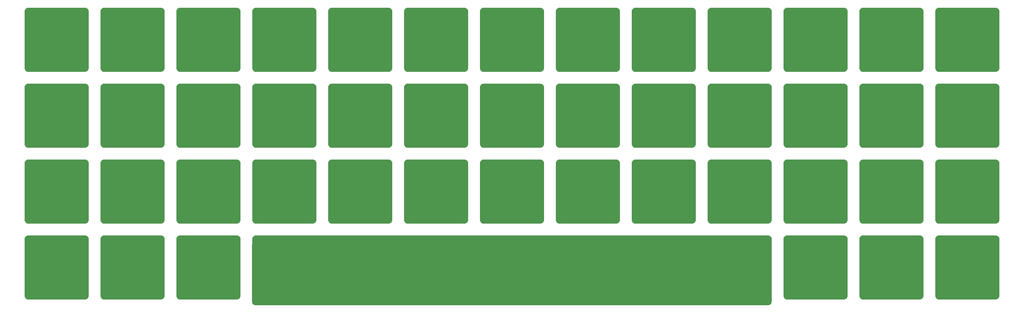
<source format=gts>
G04 #@! TF.GenerationSoftware,KiCad,Pcbnew,(5.1.5-0-10_14)*
G04 #@! TF.CreationDate,2021-01-26T16:27:08+02:00*
G04 #@! TF.ProjectId,Louhi-FR4-plate,4c6f7568-692d-4465-9234-2d706c617465,rev?*
G04 #@! TF.SameCoordinates,Original*
G04 #@! TF.FileFunction,Soldermask,Top*
G04 #@! TF.FilePolarity,Negative*
%FSLAX46Y46*%
G04 Gerber Fmt 4.6, Leading zero omitted, Abs format (unit mm)*
G04 Created by KiCad (PCBNEW (5.1.5-0-10_14)) date 2021-01-26 16:27:08*
%MOMM*%
%LPD*%
G04 APERTURE LIST*
%ADD10C,0.100000*%
G04 APERTURE END LIST*
D10*
G36*
X210382295Y-80081986D02*
G01*
X210551992Y-80133462D01*
X210708376Y-80217052D01*
X210845453Y-80329547D01*
X210957948Y-80466624D01*
X211041538Y-80623008D01*
X211093014Y-80792705D01*
X211111000Y-80975316D01*
X211111000Y-95254684D01*
X211093014Y-95437297D01*
X211078882Y-95483884D01*
X211073500Y-95520168D01*
X211073500Y-96719684D01*
X211055514Y-96902295D01*
X211004038Y-97071992D01*
X210920448Y-97228376D01*
X210807953Y-97365453D01*
X210670876Y-97477948D01*
X210514492Y-97561538D01*
X210344795Y-97613014D01*
X210162184Y-97631000D01*
X81582816Y-97631000D01*
X81400205Y-97613014D01*
X81230508Y-97561538D01*
X81074124Y-97477948D01*
X80937047Y-97365453D01*
X80824552Y-97228376D01*
X80740962Y-97071992D01*
X80689486Y-96902295D01*
X80671500Y-96719684D01*
X80671500Y-82440316D01*
X80689486Y-82257703D01*
X80703618Y-82211116D01*
X80709000Y-82174832D01*
X80709000Y-80975316D01*
X80726986Y-80792705D01*
X80778462Y-80623008D01*
X80862052Y-80466624D01*
X80974547Y-80329547D01*
X81111624Y-80217052D01*
X81268008Y-80133462D01*
X81437705Y-80081986D01*
X81620316Y-80064000D01*
X210199684Y-80064000D01*
X210382295Y-80081986D01*
G37*
G36*
X38932295Y-80081986D02*
G01*
X39101992Y-80133462D01*
X39258376Y-80217052D01*
X39395453Y-80329547D01*
X39507948Y-80466624D01*
X39591538Y-80623008D01*
X39643014Y-80792705D01*
X39661000Y-80975316D01*
X39661000Y-95254684D01*
X39643014Y-95437295D01*
X39591538Y-95606992D01*
X39507948Y-95763376D01*
X39395453Y-95900453D01*
X39258376Y-96012948D01*
X39101992Y-96096538D01*
X38932295Y-96148014D01*
X38749684Y-96166000D01*
X24470316Y-96166000D01*
X24287705Y-96148014D01*
X24118008Y-96096538D01*
X23961624Y-96012948D01*
X23824547Y-95900453D01*
X23712052Y-95763376D01*
X23628462Y-95606992D01*
X23576986Y-95437295D01*
X23559000Y-95254684D01*
X23559000Y-80975316D01*
X23576986Y-80792705D01*
X23628462Y-80623008D01*
X23712052Y-80466624D01*
X23824547Y-80329547D01*
X23961624Y-80217052D01*
X24118008Y-80133462D01*
X24287705Y-80081986D01*
X24470316Y-80064000D01*
X38749684Y-80064000D01*
X38932295Y-80081986D01*
G37*
G36*
X77032295Y-80081986D02*
G01*
X77201992Y-80133462D01*
X77358376Y-80217052D01*
X77495453Y-80329547D01*
X77607948Y-80466624D01*
X77691538Y-80623008D01*
X77743014Y-80792705D01*
X77761000Y-80975316D01*
X77761000Y-95254684D01*
X77743014Y-95437295D01*
X77691538Y-95606992D01*
X77607948Y-95763376D01*
X77495453Y-95900453D01*
X77358376Y-96012948D01*
X77201992Y-96096538D01*
X77032295Y-96148014D01*
X76849684Y-96166000D01*
X62570316Y-96166000D01*
X62387705Y-96148014D01*
X62218008Y-96096538D01*
X62061624Y-96012948D01*
X61924547Y-95900453D01*
X61812052Y-95763376D01*
X61728462Y-95606992D01*
X61676986Y-95437295D01*
X61659000Y-95254684D01*
X61659000Y-80975316D01*
X61676986Y-80792705D01*
X61728462Y-80623008D01*
X61812052Y-80466624D01*
X61924547Y-80329547D01*
X62061624Y-80217052D01*
X62218008Y-80133462D01*
X62387705Y-80081986D01*
X62570316Y-80064000D01*
X76849684Y-80064000D01*
X77032295Y-80081986D01*
G37*
G36*
X57982295Y-80081986D02*
G01*
X58151992Y-80133462D01*
X58308376Y-80217052D01*
X58445453Y-80329547D01*
X58557948Y-80466624D01*
X58641538Y-80623008D01*
X58693014Y-80792705D01*
X58711000Y-80975316D01*
X58711000Y-95254684D01*
X58693014Y-95437295D01*
X58641538Y-95606992D01*
X58557948Y-95763376D01*
X58445453Y-95900453D01*
X58308376Y-96012948D01*
X58151992Y-96096538D01*
X57982295Y-96148014D01*
X57799684Y-96166000D01*
X43520316Y-96166000D01*
X43337705Y-96148014D01*
X43168008Y-96096538D01*
X43011624Y-96012948D01*
X42874547Y-95900453D01*
X42762052Y-95763376D01*
X42678462Y-95606992D01*
X42626986Y-95437295D01*
X42609000Y-95254684D01*
X42609000Y-80975316D01*
X42626986Y-80792705D01*
X42678462Y-80623008D01*
X42762052Y-80466624D01*
X42874547Y-80329547D01*
X43011624Y-80217052D01*
X43168008Y-80133462D01*
X43337705Y-80081986D01*
X43520316Y-80064000D01*
X57799684Y-80064000D01*
X57982295Y-80081986D01*
G37*
G36*
X229432295Y-80081986D02*
G01*
X229601992Y-80133462D01*
X229758376Y-80217052D01*
X229895453Y-80329547D01*
X230007948Y-80466624D01*
X230091538Y-80623008D01*
X230143014Y-80792705D01*
X230161000Y-80975316D01*
X230161000Y-95254684D01*
X230143014Y-95437295D01*
X230091538Y-95606992D01*
X230007948Y-95763376D01*
X229895453Y-95900453D01*
X229758376Y-96012948D01*
X229601992Y-96096538D01*
X229432295Y-96148014D01*
X229249684Y-96166000D01*
X214970316Y-96166000D01*
X214787705Y-96148014D01*
X214618008Y-96096538D01*
X214461624Y-96012948D01*
X214324547Y-95900453D01*
X214212052Y-95763376D01*
X214128462Y-95606992D01*
X214076986Y-95437295D01*
X214059000Y-95254684D01*
X214059000Y-80975316D01*
X214076986Y-80792705D01*
X214128462Y-80623008D01*
X214212052Y-80466624D01*
X214324547Y-80329547D01*
X214461624Y-80217052D01*
X214618008Y-80133462D01*
X214787705Y-80081986D01*
X214970316Y-80064000D01*
X229249684Y-80064000D01*
X229432295Y-80081986D01*
G37*
G36*
X248482295Y-80081986D02*
G01*
X248651992Y-80133462D01*
X248808376Y-80217052D01*
X248945453Y-80329547D01*
X249057948Y-80466624D01*
X249141538Y-80623008D01*
X249193014Y-80792705D01*
X249211000Y-80975316D01*
X249211000Y-95254684D01*
X249193014Y-95437295D01*
X249141538Y-95606992D01*
X249057948Y-95763376D01*
X248945453Y-95900453D01*
X248808376Y-96012948D01*
X248651992Y-96096538D01*
X248482295Y-96148014D01*
X248299684Y-96166000D01*
X234020316Y-96166000D01*
X233837705Y-96148014D01*
X233668008Y-96096538D01*
X233511624Y-96012948D01*
X233374547Y-95900453D01*
X233262052Y-95763376D01*
X233178462Y-95606992D01*
X233126986Y-95437295D01*
X233109000Y-95254684D01*
X233109000Y-80975316D01*
X233126986Y-80792705D01*
X233178462Y-80623008D01*
X233262052Y-80466624D01*
X233374547Y-80329547D01*
X233511624Y-80217052D01*
X233668008Y-80133462D01*
X233837705Y-80081986D01*
X234020316Y-80064000D01*
X248299684Y-80064000D01*
X248482295Y-80081986D01*
G37*
G36*
X267532295Y-80081986D02*
G01*
X267701992Y-80133462D01*
X267858376Y-80217052D01*
X267995453Y-80329547D01*
X268107948Y-80466624D01*
X268191538Y-80623008D01*
X268243014Y-80792705D01*
X268261000Y-80975316D01*
X268261000Y-95254684D01*
X268243014Y-95437295D01*
X268191538Y-95606992D01*
X268107948Y-95763376D01*
X267995453Y-95900453D01*
X267858376Y-96012948D01*
X267701992Y-96096538D01*
X267532295Y-96148014D01*
X267349684Y-96166000D01*
X253070316Y-96166000D01*
X252887705Y-96148014D01*
X252718008Y-96096538D01*
X252561624Y-96012948D01*
X252424547Y-95900453D01*
X252312052Y-95763376D01*
X252228462Y-95606992D01*
X252176986Y-95437295D01*
X252159000Y-95254684D01*
X252159000Y-80975316D01*
X252176986Y-80792705D01*
X252228462Y-80623008D01*
X252312052Y-80466624D01*
X252424547Y-80329547D01*
X252561624Y-80217052D01*
X252718008Y-80133462D01*
X252887705Y-80081986D01*
X253070316Y-80064000D01*
X267349684Y-80064000D01*
X267532295Y-80081986D01*
G37*
G36*
X191332295Y-61031986D02*
G01*
X191501992Y-61083462D01*
X191658376Y-61167052D01*
X191795453Y-61279547D01*
X191907948Y-61416624D01*
X191991538Y-61573008D01*
X192043014Y-61742705D01*
X192061000Y-61925316D01*
X192061000Y-76204684D01*
X192043014Y-76387295D01*
X191991538Y-76556992D01*
X191907948Y-76713376D01*
X191795453Y-76850453D01*
X191658376Y-76962948D01*
X191501992Y-77046538D01*
X191332295Y-77098014D01*
X191149684Y-77116000D01*
X176870316Y-77116000D01*
X176687705Y-77098014D01*
X176518008Y-77046538D01*
X176361624Y-76962948D01*
X176224547Y-76850453D01*
X176112052Y-76713376D01*
X176028462Y-76556992D01*
X175976986Y-76387295D01*
X175959000Y-76204684D01*
X175959000Y-61925316D01*
X175976986Y-61742705D01*
X176028462Y-61573008D01*
X176112052Y-61416624D01*
X176224547Y-61279547D01*
X176361624Y-61167052D01*
X176518008Y-61083462D01*
X176687705Y-61031986D01*
X176870316Y-61014000D01*
X191149684Y-61014000D01*
X191332295Y-61031986D01*
G37*
G36*
X248482295Y-61031986D02*
G01*
X248651992Y-61083462D01*
X248808376Y-61167052D01*
X248945453Y-61279547D01*
X249057948Y-61416624D01*
X249141538Y-61573008D01*
X249193014Y-61742705D01*
X249211000Y-61925316D01*
X249211000Y-76204684D01*
X249193014Y-76387295D01*
X249141538Y-76556992D01*
X249057948Y-76713376D01*
X248945453Y-76850453D01*
X248808376Y-76962948D01*
X248651992Y-77046538D01*
X248482295Y-77098014D01*
X248299684Y-77116000D01*
X234020316Y-77116000D01*
X233837705Y-77098014D01*
X233668008Y-77046538D01*
X233511624Y-76962948D01*
X233374547Y-76850453D01*
X233262052Y-76713376D01*
X233178462Y-76556992D01*
X233126986Y-76387295D01*
X233109000Y-76204684D01*
X233109000Y-61925316D01*
X233126986Y-61742705D01*
X233178462Y-61573008D01*
X233262052Y-61416624D01*
X233374547Y-61279547D01*
X233511624Y-61167052D01*
X233668008Y-61083462D01*
X233837705Y-61031986D01*
X234020316Y-61014000D01*
X248299684Y-61014000D01*
X248482295Y-61031986D01*
G37*
G36*
X210382295Y-61031986D02*
G01*
X210551992Y-61083462D01*
X210708376Y-61167052D01*
X210845453Y-61279547D01*
X210957948Y-61416624D01*
X211041538Y-61573008D01*
X211093014Y-61742705D01*
X211111000Y-61925316D01*
X211111000Y-76204684D01*
X211093014Y-76387295D01*
X211041538Y-76556992D01*
X210957948Y-76713376D01*
X210845453Y-76850453D01*
X210708376Y-76962948D01*
X210551992Y-77046538D01*
X210382295Y-77098014D01*
X210199684Y-77116000D01*
X195920316Y-77116000D01*
X195737705Y-77098014D01*
X195568008Y-77046538D01*
X195411624Y-76962948D01*
X195274547Y-76850453D01*
X195162052Y-76713376D01*
X195078462Y-76556992D01*
X195026986Y-76387295D01*
X195009000Y-76204684D01*
X195009000Y-61925316D01*
X195026986Y-61742705D01*
X195078462Y-61573008D01*
X195162052Y-61416624D01*
X195274547Y-61279547D01*
X195411624Y-61167052D01*
X195568008Y-61083462D01*
X195737705Y-61031986D01*
X195920316Y-61014000D01*
X210199684Y-61014000D01*
X210382295Y-61031986D01*
G37*
G36*
X172282295Y-61031986D02*
G01*
X172451992Y-61083462D01*
X172608376Y-61167052D01*
X172745453Y-61279547D01*
X172857948Y-61416624D01*
X172941538Y-61573008D01*
X172993014Y-61742705D01*
X173011000Y-61925316D01*
X173011000Y-76204684D01*
X172993014Y-76387295D01*
X172941538Y-76556992D01*
X172857948Y-76713376D01*
X172745453Y-76850453D01*
X172608376Y-76962948D01*
X172451992Y-77046538D01*
X172282295Y-77098014D01*
X172099684Y-77116000D01*
X157820316Y-77116000D01*
X157637705Y-77098014D01*
X157468008Y-77046538D01*
X157311624Y-76962948D01*
X157174547Y-76850453D01*
X157062052Y-76713376D01*
X156978462Y-76556992D01*
X156926986Y-76387295D01*
X156909000Y-76204684D01*
X156909000Y-61925316D01*
X156926986Y-61742705D01*
X156978462Y-61573008D01*
X157062052Y-61416624D01*
X157174547Y-61279547D01*
X157311624Y-61167052D01*
X157468008Y-61083462D01*
X157637705Y-61031986D01*
X157820316Y-61014000D01*
X172099684Y-61014000D01*
X172282295Y-61031986D01*
G37*
G36*
X153232295Y-61031986D02*
G01*
X153401992Y-61083462D01*
X153558376Y-61167052D01*
X153695453Y-61279547D01*
X153807948Y-61416624D01*
X153891538Y-61573008D01*
X153943014Y-61742705D01*
X153961000Y-61925316D01*
X153961000Y-76204684D01*
X153943014Y-76387295D01*
X153891538Y-76556992D01*
X153807948Y-76713376D01*
X153695453Y-76850453D01*
X153558376Y-76962948D01*
X153401992Y-77046538D01*
X153232295Y-77098014D01*
X153049684Y-77116000D01*
X138770316Y-77116000D01*
X138587705Y-77098014D01*
X138418008Y-77046538D01*
X138261624Y-76962948D01*
X138124547Y-76850453D01*
X138012052Y-76713376D01*
X137928462Y-76556992D01*
X137876986Y-76387295D01*
X137859000Y-76204684D01*
X137859000Y-61925316D01*
X137876986Y-61742705D01*
X137928462Y-61573008D01*
X138012052Y-61416624D01*
X138124547Y-61279547D01*
X138261624Y-61167052D01*
X138418008Y-61083462D01*
X138587705Y-61031986D01*
X138770316Y-61014000D01*
X153049684Y-61014000D01*
X153232295Y-61031986D01*
G37*
G36*
X38932295Y-61031986D02*
G01*
X39101992Y-61083462D01*
X39258376Y-61167052D01*
X39395453Y-61279547D01*
X39507948Y-61416624D01*
X39591538Y-61573008D01*
X39643014Y-61742705D01*
X39661000Y-61925316D01*
X39661000Y-76204684D01*
X39643014Y-76387295D01*
X39591538Y-76556992D01*
X39507948Y-76713376D01*
X39395453Y-76850453D01*
X39258376Y-76962948D01*
X39101992Y-77046538D01*
X38932295Y-77098014D01*
X38749684Y-77116000D01*
X24470316Y-77116000D01*
X24287705Y-77098014D01*
X24118008Y-77046538D01*
X23961624Y-76962948D01*
X23824547Y-76850453D01*
X23712052Y-76713376D01*
X23628462Y-76556992D01*
X23576986Y-76387295D01*
X23559000Y-76204684D01*
X23559000Y-61925316D01*
X23576986Y-61742705D01*
X23628462Y-61573008D01*
X23712052Y-61416624D01*
X23824547Y-61279547D01*
X23961624Y-61167052D01*
X24118008Y-61083462D01*
X24287705Y-61031986D01*
X24470316Y-61014000D01*
X38749684Y-61014000D01*
X38932295Y-61031986D01*
G37*
G36*
X57982295Y-61031986D02*
G01*
X58151992Y-61083462D01*
X58308376Y-61167052D01*
X58445453Y-61279547D01*
X58557948Y-61416624D01*
X58641538Y-61573008D01*
X58693014Y-61742705D01*
X58711000Y-61925316D01*
X58711000Y-76204684D01*
X58693014Y-76387295D01*
X58641538Y-76556992D01*
X58557948Y-76713376D01*
X58445453Y-76850453D01*
X58308376Y-76962948D01*
X58151992Y-77046538D01*
X57982295Y-77098014D01*
X57799684Y-77116000D01*
X43520316Y-77116000D01*
X43337705Y-77098014D01*
X43168008Y-77046538D01*
X43011624Y-76962948D01*
X42874547Y-76850453D01*
X42762052Y-76713376D01*
X42678462Y-76556992D01*
X42626986Y-76387295D01*
X42609000Y-76204684D01*
X42609000Y-61925316D01*
X42626986Y-61742705D01*
X42678462Y-61573008D01*
X42762052Y-61416624D01*
X42874547Y-61279547D01*
X43011624Y-61167052D01*
X43168008Y-61083462D01*
X43337705Y-61031986D01*
X43520316Y-61014000D01*
X57799684Y-61014000D01*
X57982295Y-61031986D01*
G37*
G36*
X77032295Y-61031986D02*
G01*
X77201992Y-61083462D01*
X77358376Y-61167052D01*
X77495453Y-61279547D01*
X77607948Y-61416624D01*
X77691538Y-61573008D01*
X77743014Y-61742705D01*
X77761000Y-61925316D01*
X77761000Y-76204684D01*
X77743014Y-76387295D01*
X77691538Y-76556992D01*
X77607948Y-76713376D01*
X77495453Y-76850453D01*
X77358376Y-76962948D01*
X77201992Y-77046538D01*
X77032295Y-77098014D01*
X76849684Y-77116000D01*
X62570316Y-77116000D01*
X62387705Y-77098014D01*
X62218008Y-77046538D01*
X62061624Y-76962948D01*
X61924547Y-76850453D01*
X61812052Y-76713376D01*
X61728462Y-76556992D01*
X61676986Y-76387295D01*
X61659000Y-76204684D01*
X61659000Y-61925316D01*
X61676986Y-61742705D01*
X61728462Y-61573008D01*
X61812052Y-61416624D01*
X61924547Y-61279547D01*
X62061624Y-61167052D01*
X62218008Y-61083462D01*
X62387705Y-61031986D01*
X62570316Y-61014000D01*
X76849684Y-61014000D01*
X77032295Y-61031986D01*
G37*
G36*
X134182295Y-61031986D02*
G01*
X134351992Y-61083462D01*
X134508376Y-61167052D01*
X134645453Y-61279547D01*
X134757948Y-61416624D01*
X134841538Y-61573008D01*
X134893014Y-61742705D01*
X134911000Y-61925316D01*
X134911000Y-76204684D01*
X134893014Y-76387295D01*
X134841538Y-76556992D01*
X134757948Y-76713376D01*
X134645453Y-76850453D01*
X134508376Y-76962948D01*
X134351992Y-77046538D01*
X134182295Y-77098014D01*
X133999684Y-77116000D01*
X119720316Y-77116000D01*
X119537705Y-77098014D01*
X119368008Y-77046538D01*
X119211624Y-76962948D01*
X119074547Y-76850453D01*
X118962052Y-76713376D01*
X118878462Y-76556992D01*
X118826986Y-76387295D01*
X118809000Y-76204684D01*
X118809000Y-61925316D01*
X118826986Y-61742705D01*
X118878462Y-61573008D01*
X118962052Y-61416624D01*
X119074547Y-61279547D01*
X119211624Y-61167052D01*
X119368008Y-61083462D01*
X119537705Y-61031986D01*
X119720316Y-61014000D01*
X133999684Y-61014000D01*
X134182295Y-61031986D01*
G37*
G36*
X96082295Y-61031986D02*
G01*
X96251992Y-61083462D01*
X96408376Y-61167052D01*
X96545453Y-61279547D01*
X96657948Y-61416624D01*
X96741538Y-61573008D01*
X96793014Y-61742705D01*
X96811000Y-61925316D01*
X96811000Y-76204684D01*
X96793014Y-76387295D01*
X96741538Y-76556992D01*
X96657948Y-76713376D01*
X96545453Y-76850453D01*
X96408376Y-76962948D01*
X96251992Y-77046538D01*
X96082295Y-77098014D01*
X95899684Y-77116000D01*
X81620316Y-77116000D01*
X81437705Y-77098014D01*
X81268008Y-77046538D01*
X81111624Y-76962948D01*
X80974547Y-76850453D01*
X80862052Y-76713376D01*
X80778462Y-76556992D01*
X80726986Y-76387295D01*
X80709000Y-76204684D01*
X80709000Y-61925316D01*
X80726986Y-61742705D01*
X80778462Y-61573008D01*
X80862052Y-61416624D01*
X80974547Y-61279547D01*
X81111624Y-61167052D01*
X81268008Y-61083462D01*
X81437705Y-61031986D01*
X81620316Y-61014000D01*
X95899684Y-61014000D01*
X96082295Y-61031986D01*
G37*
G36*
X229432295Y-61031986D02*
G01*
X229601992Y-61083462D01*
X229758376Y-61167052D01*
X229895453Y-61279547D01*
X230007948Y-61416624D01*
X230091538Y-61573008D01*
X230143014Y-61742705D01*
X230161000Y-61925316D01*
X230161000Y-76204684D01*
X230143014Y-76387295D01*
X230091538Y-76556992D01*
X230007948Y-76713376D01*
X229895453Y-76850453D01*
X229758376Y-76962948D01*
X229601992Y-77046538D01*
X229432295Y-77098014D01*
X229249684Y-77116000D01*
X214970316Y-77116000D01*
X214787705Y-77098014D01*
X214618008Y-77046538D01*
X214461624Y-76962948D01*
X214324547Y-76850453D01*
X214212052Y-76713376D01*
X214128462Y-76556992D01*
X214076986Y-76387295D01*
X214059000Y-76204684D01*
X214059000Y-61925316D01*
X214076986Y-61742705D01*
X214128462Y-61573008D01*
X214212052Y-61416624D01*
X214324547Y-61279547D01*
X214461624Y-61167052D01*
X214618008Y-61083462D01*
X214787705Y-61031986D01*
X214970316Y-61014000D01*
X229249684Y-61014000D01*
X229432295Y-61031986D01*
G37*
G36*
X267532295Y-61031986D02*
G01*
X267701992Y-61083462D01*
X267858376Y-61167052D01*
X267995453Y-61279547D01*
X268107948Y-61416624D01*
X268191538Y-61573008D01*
X268243014Y-61742705D01*
X268261000Y-61925316D01*
X268261000Y-76204684D01*
X268243014Y-76387295D01*
X268191538Y-76556992D01*
X268107948Y-76713376D01*
X267995453Y-76850453D01*
X267858376Y-76962948D01*
X267701992Y-77046538D01*
X267532295Y-77098014D01*
X267349684Y-77116000D01*
X253070316Y-77116000D01*
X252887705Y-77098014D01*
X252718008Y-77046538D01*
X252561624Y-76962948D01*
X252424547Y-76850453D01*
X252312052Y-76713376D01*
X252228462Y-76556992D01*
X252176986Y-76387295D01*
X252159000Y-76204684D01*
X252159000Y-61925316D01*
X252176986Y-61742705D01*
X252228462Y-61573008D01*
X252312052Y-61416624D01*
X252424547Y-61279547D01*
X252561624Y-61167052D01*
X252718008Y-61083462D01*
X252887705Y-61031986D01*
X253070316Y-61014000D01*
X267349684Y-61014000D01*
X267532295Y-61031986D01*
G37*
G36*
X115132295Y-61031986D02*
G01*
X115301992Y-61083462D01*
X115458376Y-61167052D01*
X115595453Y-61279547D01*
X115707948Y-61416624D01*
X115791538Y-61573008D01*
X115843014Y-61742705D01*
X115861000Y-61925316D01*
X115861000Y-76204684D01*
X115843014Y-76387295D01*
X115791538Y-76556992D01*
X115707948Y-76713376D01*
X115595453Y-76850453D01*
X115458376Y-76962948D01*
X115301992Y-77046538D01*
X115132295Y-77098014D01*
X114949684Y-77116000D01*
X100670316Y-77116000D01*
X100487705Y-77098014D01*
X100318008Y-77046538D01*
X100161624Y-76962948D01*
X100024547Y-76850453D01*
X99912052Y-76713376D01*
X99828462Y-76556992D01*
X99776986Y-76387295D01*
X99759000Y-76204684D01*
X99759000Y-61925316D01*
X99776986Y-61742705D01*
X99828462Y-61573008D01*
X99912052Y-61416624D01*
X100024547Y-61279547D01*
X100161624Y-61167052D01*
X100318008Y-61083462D01*
X100487705Y-61031986D01*
X100670316Y-61014000D01*
X114949684Y-61014000D01*
X115132295Y-61031986D01*
G37*
G36*
X210382295Y-41981986D02*
G01*
X210551992Y-42033462D01*
X210708376Y-42117052D01*
X210845453Y-42229547D01*
X210957948Y-42366624D01*
X211041538Y-42523008D01*
X211093014Y-42692705D01*
X211111000Y-42875316D01*
X211111000Y-57154684D01*
X211093014Y-57337295D01*
X211041538Y-57506992D01*
X210957948Y-57663376D01*
X210845453Y-57800453D01*
X210708376Y-57912948D01*
X210551992Y-57996538D01*
X210382295Y-58048014D01*
X210199684Y-58066000D01*
X195920316Y-58066000D01*
X195737705Y-58048014D01*
X195568008Y-57996538D01*
X195411624Y-57912948D01*
X195274547Y-57800453D01*
X195162052Y-57663376D01*
X195078462Y-57506992D01*
X195026986Y-57337295D01*
X195009000Y-57154684D01*
X195009000Y-42875316D01*
X195026986Y-42692705D01*
X195078462Y-42523008D01*
X195162052Y-42366624D01*
X195274547Y-42229547D01*
X195411624Y-42117052D01*
X195568008Y-42033462D01*
X195737705Y-41981986D01*
X195920316Y-41964000D01*
X210199684Y-41964000D01*
X210382295Y-41981986D01*
G37*
G36*
X229432295Y-41981986D02*
G01*
X229601992Y-42033462D01*
X229758376Y-42117052D01*
X229895453Y-42229547D01*
X230007948Y-42366624D01*
X230091538Y-42523008D01*
X230143014Y-42692705D01*
X230161000Y-42875316D01*
X230161000Y-57154684D01*
X230143014Y-57337295D01*
X230091538Y-57506992D01*
X230007948Y-57663376D01*
X229895453Y-57800453D01*
X229758376Y-57912948D01*
X229601992Y-57996538D01*
X229432295Y-58048014D01*
X229249684Y-58066000D01*
X214970316Y-58066000D01*
X214787705Y-58048014D01*
X214618008Y-57996538D01*
X214461624Y-57912948D01*
X214324547Y-57800453D01*
X214212052Y-57663376D01*
X214128462Y-57506992D01*
X214076986Y-57337295D01*
X214059000Y-57154684D01*
X214059000Y-42875316D01*
X214076986Y-42692705D01*
X214128462Y-42523008D01*
X214212052Y-42366624D01*
X214324547Y-42229547D01*
X214461624Y-42117052D01*
X214618008Y-42033462D01*
X214787705Y-41981986D01*
X214970316Y-41964000D01*
X229249684Y-41964000D01*
X229432295Y-41981986D01*
G37*
G36*
X38932295Y-41981986D02*
G01*
X39101992Y-42033462D01*
X39258376Y-42117052D01*
X39395453Y-42229547D01*
X39507948Y-42366624D01*
X39591538Y-42523008D01*
X39643014Y-42692705D01*
X39661000Y-42875316D01*
X39661000Y-57154684D01*
X39643014Y-57337295D01*
X39591538Y-57506992D01*
X39507948Y-57663376D01*
X39395453Y-57800453D01*
X39258376Y-57912948D01*
X39101992Y-57996538D01*
X38932295Y-58048014D01*
X38749684Y-58066000D01*
X24470316Y-58066000D01*
X24287705Y-58048014D01*
X24118008Y-57996538D01*
X23961624Y-57912948D01*
X23824547Y-57800453D01*
X23712052Y-57663376D01*
X23628462Y-57506992D01*
X23576986Y-57337295D01*
X23559000Y-57154684D01*
X23559000Y-42875316D01*
X23576986Y-42692705D01*
X23628462Y-42523008D01*
X23712052Y-42366624D01*
X23824547Y-42229547D01*
X23961624Y-42117052D01*
X24118008Y-42033462D01*
X24287705Y-41981986D01*
X24470316Y-41964000D01*
X38749684Y-41964000D01*
X38932295Y-41981986D01*
G37*
G36*
X248482295Y-41981986D02*
G01*
X248651992Y-42033462D01*
X248808376Y-42117052D01*
X248945453Y-42229547D01*
X249057948Y-42366624D01*
X249141538Y-42523008D01*
X249193014Y-42692705D01*
X249211000Y-42875316D01*
X249211000Y-57154684D01*
X249193014Y-57337295D01*
X249141538Y-57506992D01*
X249057948Y-57663376D01*
X248945453Y-57800453D01*
X248808376Y-57912948D01*
X248651992Y-57996538D01*
X248482295Y-58048014D01*
X248299684Y-58066000D01*
X234020316Y-58066000D01*
X233837705Y-58048014D01*
X233668008Y-57996538D01*
X233511624Y-57912948D01*
X233374547Y-57800453D01*
X233262052Y-57663376D01*
X233178462Y-57506992D01*
X233126986Y-57337295D01*
X233109000Y-57154684D01*
X233109000Y-42875316D01*
X233126986Y-42692705D01*
X233178462Y-42523008D01*
X233262052Y-42366624D01*
X233374547Y-42229547D01*
X233511624Y-42117052D01*
X233668008Y-42033462D01*
X233837705Y-41981986D01*
X234020316Y-41964000D01*
X248299684Y-41964000D01*
X248482295Y-41981986D01*
G37*
G36*
X267532295Y-41981986D02*
G01*
X267701992Y-42033462D01*
X267858376Y-42117052D01*
X267995453Y-42229547D01*
X268107948Y-42366624D01*
X268191538Y-42523008D01*
X268243014Y-42692705D01*
X268261000Y-42875316D01*
X268261000Y-57154684D01*
X268243014Y-57337295D01*
X268191538Y-57506992D01*
X268107948Y-57663376D01*
X267995453Y-57800453D01*
X267858376Y-57912948D01*
X267701992Y-57996538D01*
X267532295Y-58048014D01*
X267349684Y-58066000D01*
X253070316Y-58066000D01*
X252887705Y-58048014D01*
X252718008Y-57996538D01*
X252561624Y-57912948D01*
X252424547Y-57800453D01*
X252312052Y-57663376D01*
X252228462Y-57506992D01*
X252176986Y-57337295D01*
X252159000Y-57154684D01*
X252159000Y-42875316D01*
X252176986Y-42692705D01*
X252228462Y-42523008D01*
X252312052Y-42366624D01*
X252424547Y-42229547D01*
X252561624Y-42117052D01*
X252718008Y-42033462D01*
X252887705Y-41981986D01*
X253070316Y-41964000D01*
X267349684Y-41964000D01*
X267532295Y-41981986D01*
G37*
G36*
X191332295Y-41981986D02*
G01*
X191501992Y-42033462D01*
X191658376Y-42117052D01*
X191795453Y-42229547D01*
X191907948Y-42366624D01*
X191991538Y-42523008D01*
X192043014Y-42692705D01*
X192061000Y-42875316D01*
X192061000Y-57154684D01*
X192043014Y-57337295D01*
X191991538Y-57506992D01*
X191907948Y-57663376D01*
X191795453Y-57800453D01*
X191658376Y-57912948D01*
X191501992Y-57996538D01*
X191332295Y-58048014D01*
X191149684Y-58066000D01*
X176870316Y-58066000D01*
X176687705Y-58048014D01*
X176518008Y-57996538D01*
X176361624Y-57912948D01*
X176224547Y-57800453D01*
X176112052Y-57663376D01*
X176028462Y-57506992D01*
X175976986Y-57337295D01*
X175959000Y-57154684D01*
X175959000Y-42875316D01*
X175976986Y-42692705D01*
X176028462Y-42523008D01*
X176112052Y-42366624D01*
X176224547Y-42229547D01*
X176361624Y-42117052D01*
X176518008Y-42033462D01*
X176687705Y-41981986D01*
X176870316Y-41964000D01*
X191149684Y-41964000D01*
X191332295Y-41981986D01*
G37*
G36*
X172282295Y-41981986D02*
G01*
X172451992Y-42033462D01*
X172608376Y-42117052D01*
X172745453Y-42229547D01*
X172857948Y-42366624D01*
X172941538Y-42523008D01*
X172993014Y-42692705D01*
X173011000Y-42875316D01*
X173011000Y-57154684D01*
X172993014Y-57337295D01*
X172941538Y-57506992D01*
X172857948Y-57663376D01*
X172745453Y-57800453D01*
X172608376Y-57912948D01*
X172451992Y-57996538D01*
X172282295Y-58048014D01*
X172099684Y-58066000D01*
X157820316Y-58066000D01*
X157637705Y-58048014D01*
X157468008Y-57996538D01*
X157311624Y-57912948D01*
X157174547Y-57800453D01*
X157062052Y-57663376D01*
X156978462Y-57506992D01*
X156926986Y-57337295D01*
X156909000Y-57154684D01*
X156909000Y-42875316D01*
X156926986Y-42692705D01*
X156978462Y-42523008D01*
X157062052Y-42366624D01*
X157174547Y-42229547D01*
X157311624Y-42117052D01*
X157468008Y-42033462D01*
X157637705Y-41981986D01*
X157820316Y-41964000D01*
X172099684Y-41964000D01*
X172282295Y-41981986D01*
G37*
G36*
X153232295Y-41981986D02*
G01*
X153401992Y-42033462D01*
X153558376Y-42117052D01*
X153695453Y-42229547D01*
X153807948Y-42366624D01*
X153891538Y-42523008D01*
X153943014Y-42692705D01*
X153961000Y-42875316D01*
X153961000Y-57154684D01*
X153943014Y-57337295D01*
X153891538Y-57506992D01*
X153807948Y-57663376D01*
X153695453Y-57800453D01*
X153558376Y-57912948D01*
X153401992Y-57996538D01*
X153232295Y-58048014D01*
X153049684Y-58066000D01*
X138770316Y-58066000D01*
X138587705Y-58048014D01*
X138418008Y-57996538D01*
X138261624Y-57912948D01*
X138124547Y-57800453D01*
X138012052Y-57663376D01*
X137928462Y-57506992D01*
X137876986Y-57337295D01*
X137859000Y-57154684D01*
X137859000Y-42875316D01*
X137876986Y-42692705D01*
X137928462Y-42523008D01*
X138012052Y-42366624D01*
X138124547Y-42229547D01*
X138261624Y-42117052D01*
X138418008Y-42033462D01*
X138587705Y-41981986D01*
X138770316Y-41964000D01*
X153049684Y-41964000D01*
X153232295Y-41981986D01*
G37*
G36*
X134182295Y-41981986D02*
G01*
X134351992Y-42033462D01*
X134508376Y-42117052D01*
X134645453Y-42229547D01*
X134757948Y-42366624D01*
X134841538Y-42523008D01*
X134893014Y-42692705D01*
X134911000Y-42875316D01*
X134911000Y-57154684D01*
X134893014Y-57337295D01*
X134841538Y-57506992D01*
X134757948Y-57663376D01*
X134645453Y-57800453D01*
X134508376Y-57912948D01*
X134351992Y-57996538D01*
X134182295Y-58048014D01*
X133999684Y-58066000D01*
X119720316Y-58066000D01*
X119537705Y-58048014D01*
X119368008Y-57996538D01*
X119211624Y-57912948D01*
X119074547Y-57800453D01*
X118962052Y-57663376D01*
X118878462Y-57506992D01*
X118826986Y-57337295D01*
X118809000Y-57154684D01*
X118809000Y-42875316D01*
X118826986Y-42692705D01*
X118878462Y-42523008D01*
X118962052Y-42366624D01*
X119074547Y-42229547D01*
X119211624Y-42117052D01*
X119368008Y-42033462D01*
X119537705Y-41981986D01*
X119720316Y-41964000D01*
X133999684Y-41964000D01*
X134182295Y-41981986D01*
G37*
G36*
X115132295Y-41981986D02*
G01*
X115301992Y-42033462D01*
X115458376Y-42117052D01*
X115595453Y-42229547D01*
X115707948Y-42366624D01*
X115791538Y-42523008D01*
X115843014Y-42692705D01*
X115861000Y-42875316D01*
X115861000Y-57154684D01*
X115843014Y-57337295D01*
X115791538Y-57506992D01*
X115707948Y-57663376D01*
X115595453Y-57800453D01*
X115458376Y-57912948D01*
X115301992Y-57996538D01*
X115132295Y-58048014D01*
X114949684Y-58066000D01*
X100670316Y-58066000D01*
X100487705Y-58048014D01*
X100318008Y-57996538D01*
X100161624Y-57912948D01*
X100024547Y-57800453D01*
X99912052Y-57663376D01*
X99828462Y-57506992D01*
X99776986Y-57337295D01*
X99759000Y-57154684D01*
X99759000Y-42875316D01*
X99776986Y-42692705D01*
X99828462Y-42523008D01*
X99912052Y-42366624D01*
X100024547Y-42229547D01*
X100161624Y-42117052D01*
X100318008Y-42033462D01*
X100487705Y-41981986D01*
X100670316Y-41964000D01*
X114949684Y-41964000D01*
X115132295Y-41981986D01*
G37*
G36*
X96082295Y-41981986D02*
G01*
X96251992Y-42033462D01*
X96408376Y-42117052D01*
X96545453Y-42229547D01*
X96657948Y-42366624D01*
X96741538Y-42523008D01*
X96793014Y-42692705D01*
X96811000Y-42875316D01*
X96811000Y-57154684D01*
X96793014Y-57337295D01*
X96741538Y-57506992D01*
X96657948Y-57663376D01*
X96545453Y-57800453D01*
X96408376Y-57912948D01*
X96251992Y-57996538D01*
X96082295Y-58048014D01*
X95899684Y-58066000D01*
X81620316Y-58066000D01*
X81437705Y-58048014D01*
X81268008Y-57996538D01*
X81111624Y-57912948D01*
X80974547Y-57800453D01*
X80862052Y-57663376D01*
X80778462Y-57506992D01*
X80726986Y-57337295D01*
X80709000Y-57154684D01*
X80709000Y-42875316D01*
X80726986Y-42692705D01*
X80778462Y-42523008D01*
X80862052Y-42366624D01*
X80974547Y-42229547D01*
X81111624Y-42117052D01*
X81268008Y-42033462D01*
X81437705Y-41981986D01*
X81620316Y-41964000D01*
X95899684Y-41964000D01*
X96082295Y-41981986D01*
G37*
G36*
X77032295Y-41981986D02*
G01*
X77201992Y-42033462D01*
X77358376Y-42117052D01*
X77495453Y-42229547D01*
X77607948Y-42366624D01*
X77691538Y-42523008D01*
X77743014Y-42692705D01*
X77761000Y-42875316D01*
X77761000Y-57154684D01*
X77743014Y-57337295D01*
X77691538Y-57506992D01*
X77607948Y-57663376D01*
X77495453Y-57800453D01*
X77358376Y-57912948D01*
X77201992Y-57996538D01*
X77032295Y-58048014D01*
X76849684Y-58066000D01*
X62570316Y-58066000D01*
X62387705Y-58048014D01*
X62218008Y-57996538D01*
X62061624Y-57912948D01*
X61924547Y-57800453D01*
X61812052Y-57663376D01*
X61728462Y-57506992D01*
X61676986Y-57337295D01*
X61659000Y-57154684D01*
X61659000Y-42875316D01*
X61676986Y-42692705D01*
X61728462Y-42523008D01*
X61812052Y-42366624D01*
X61924547Y-42229547D01*
X62061624Y-42117052D01*
X62218008Y-42033462D01*
X62387705Y-41981986D01*
X62570316Y-41964000D01*
X76849684Y-41964000D01*
X77032295Y-41981986D01*
G37*
G36*
X57982295Y-41981986D02*
G01*
X58151992Y-42033462D01*
X58308376Y-42117052D01*
X58445453Y-42229547D01*
X58557948Y-42366624D01*
X58641538Y-42523008D01*
X58693014Y-42692705D01*
X58711000Y-42875316D01*
X58711000Y-57154684D01*
X58693014Y-57337295D01*
X58641538Y-57506992D01*
X58557948Y-57663376D01*
X58445453Y-57800453D01*
X58308376Y-57912948D01*
X58151992Y-57996538D01*
X57982295Y-58048014D01*
X57799684Y-58066000D01*
X43520316Y-58066000D01*
X43337705Y-58048014D01*
X43168008Y-57996538D01*
X43011624Y-57912948D01*
X42874547Y-57800453D01*
X42762052Y-57663376D01*
X42678462Y-57506992D01*
X42626986Y-57337295D01*
X42609000Y-57154684D01*
X42609000Y-42875316D01*
X42626986Y-42692705D01*
X42678462Y-42523008D01*
X42762052Y-42366624D01*
X42874547Y-42229547D01*
X43011624Y-42117052D01*
X43168008Y-42033462D01*
X43337705Y-41981986D01*
X43520316Y-41964000D01*
X57799684Y-41964000D01*
X57982295Y-41981986D01*
G37*
G36*
X153232295Y-22931986D02*
G01*
X153401992Y-22983462D01*
X153558376Y-23067052D01*
X153695453Y-23179547D01*
X153807948Y-23316624D01*
X153891538Y-23473008D01*
X153943014Y-23642705D01*
X153961000Y-23825316D01*
X153961000Y-38104684D01*
X153943014Y-38287295D01*
X153891538Y-38456992D01*
X153807948Y-38613376D01*
X153695453Y-38750453D01*
X153558376Y-38862948D01*
X153401992Y-38946538D01*
X153232295Y-38998014D01*
X153049684Y-39016000D01*
X138770316Y-39016000D01*
X138587705Y-38998014D01*
X138418008Y-38946538D01*
X138261624Y-38862948D01*
X138124547Y-38750453D01*
X138012052Y-38613376D01*
X137928462Y-38456992D01*
X137876986Y-38287295D01*
X137859000Y-38104684D01*
X137859000Y-23825316D01*
X137876986Y-23642705D01*
X137928462Y-23473008D01*
X138012052Y-23316624D01*
X138124547Y-23179547D01*
X138261624Y-23067052D01*
X138418008Y-22983462D01*
X138587705Y-22931986D01*
X138770316Y-22914000D01*
X153049684Y-22914000D01*
X153232295Y-22931986D01*
G37*
G36*
X172282295Y-22931986D02*
G01*
X172451992Y-22983462D01*
X172608376Y-23067052D01*
X172745453Y-23179547D01*
X172857948Y-23316624D01*
X172941538Y-23473008D01*
X172993014Y-23642705D01*
X173011000Y-23825316D01*
X173011000Y-38104684D01*
X172993014Y-38287295D01*
X172941538Y-38456992D01*
X172857948Y-38613376D01*
X172745453Y-38750453D01*
X172608376Y-38862948D01*
X172451992Y-38946538D01*
X172282295Y-38998014D01*
X172099684Y-39016000D01*
X157820316Y-39016000D01*
X157637705Y-38998014D01*
X157468008Y-38946538D01*
X157311624Y-38862948D01*
X157174547Y-38750453D01*
X157062052Y-38613376D01*
X156978462Y-38456992D01*
X156926986Y-38287295D01*
X156909000Y-38104684D01*
X156909000Y-23825316D01*
X156926986Y-23642705D01*
X156978462Y-23473008D01*
X157062052Y-23316624D01*
X157174547Y-23179547D01*
X157311624Y-23067052D01*
X157468008Y-22983462D01*
X157637705Y-22931986D01*
X157820316Y-22914000D01*
X172099684Y-22914000D01*
X172282295Y-22931986D01*
G37*
G36*
X191332295Y-22931986D02*
G01*
X191501992Y-22983462D01*
X191658376Y-23067052D01*
X191795453Y-23179547D01*
X191907948Y-23316624D01*
X191991538Y-23473008D01*
X192043014Y-23642705D01*
X192061000Y-23825316D01*
X192061000Y-38104684D01*
X192043014Y-38287295D01*
X191991538Y-38456992D01*
X191907948Y-38613376D01*
X191795453Y-38750453D01*
X191658376Y-38862948D01*
X191501992Y-38946538D01*
X191332295Y-38998014D01*
X191149684Y-39016000D01*
X176870316Y-39016000D01*
X176687705Y-38998014D01*
X176518008Y-38946538D01*
X176361624Y-38862948D01*
X176224547Y-38750453D01*
X176112052Y-38613376D01*
X176028462Y-38456992D01*
X175976986Y-38287295D01*
X175959000Y-38104684D01*
X175959000Y-23825316D01*
X175976986Y-23642705D01*
X176028462Y-23473008D01*
X176112052Y-23316624D01*
X176224547Y-23179547D01*
X176361624Y-23067052D01*
X176518008Y-22983462D01*
X176687705Y-22931986D01*
X176870316Y-22914000D01*
X191149684Y-22914000D01*
X191332295Y-22931986D01*
G37*
G36*
X210382295Y-22931986D02*
G01*
X210551992Y-22983462D01*
X210708376Y-23067052D01*
X210845453Y-23179547D01*
X210957948Y-23316624D01*
X211041538Y-23473008D01*
X211093014Y-23642705D01*
X211111000Y-23825316D01*
X211111000Y-38104684D01*
X211093014Y-38287295D01*
X211041538Y-38456992D01*
X210957948Y-38613376D01*
X210845453Y-38750453D01*
X210708376Y-38862948D01*
X210551992Y-38946538D01*
X210382295Y-38998014D01*
X210199684Y-39016000D01*
X195920316Y-39016000D01*
X195737705Y-38998014D01*
X195568008Y-38946538D01*
X195411624Y-38862948D01*
X195274547Y-38750453D01*
X195162052Y-38613376D01*
X195078462Y-38456992D01*
X195026986Y-38287295D01*
X195009000Y-38104684D01*
X195009000Y-23825316D01*
X195026986Y-23642705D01*
X195078462Y-23473008D01*
X195162052Y-23316624D01*
X195274547Y-23179547D01*
X195411624Y-23067052D01*
X195568008Y-22983462D01*
X195737705Y-22931986D01*
X195920316Y-22914000D01*
X210199684Y-22914000D01*
X210382295Y-22931986D01*
G37*
G36*
X229432295Y-22931986D02*
G01*
X229601992Y-22983462D01*
X229758376Y-23067052D01*
X229895453Y-23179547D01*
X230007948Y-23316624D01*
X230091538Y-23473008D01*
X230143014Y-23642705D01*
X230161000Y-23825316D01*
X230161000Y-38104684D01*
X230143014Y-38287295D01*
X230091538Y-38456992D01*
X230007948Y-38613376D01*
X229895453Y-38750453D01*
X229758376Y-38862948D01*
X229601992Y-38946538D01*
X229432295Y-38998014D01*
X229249684Y-39016000D01*
X214970316Y-39016000D01*
X214787705Y-38998014D01*
X214618008Y-38946538D01*
X214461624Y-38862948D01*
X214324547Y-38750453D01*
X214212052Y-38613376D01*
X214128462Y-38456992D01*
X214076986Y-38287295D01*
X214059000Y-38104684D01*
X214059000Y-23825316D01*
X214076986Y-23642705D01*
X214128462Y-23473008D01*
X214212052Y-23316624D01*
X214324547Y-23179547D01*
X214461624Y-23067052D01*
X214618008Y-22983462D01*
X214787705Y-22931986D01*
X214970316Y-22914000D01*
X229249684Y-22914000D01*
X229432295Y-22931986D01*
G37*
G36*
X267532295Y-22931986D02*
G01*
X267701992Y-22983462D01*
X267858376Y-23067052D01*
X267995453Y-23179547D01*
X268107948Y-23316624D01*
X268191538Y-23473008D01*
X268243014Y-23642705D01*
X268261000Y-23825316D01*
X268261000Y-38104684D01*
X268243014Y-38287295D01*
X268191538Y-38456992D01*
X268107948Y-38613376D01*
X267995453Y-38750453D01*
X267858376Y-38862948D01*
X267701992Y-38946538D01*
X267532295Y-38998014D01*
X267349684Y-39016000D01*
X253070316Y-39016000D01*
X252887705Y-38998014D01*
X252718008Y-38946538D01*
X252561624Y-38862948D01*
X252424547Y-38750453D01*
X252312052Y-38613376D01*
X252228462Y-38456992D01*
X252176986Y-38287295D01*
X252159000Y-38104684D01*
X252159000Y-23825316D01*
X252176986Y-23642705D01*
X252228462Y-23473008D01*
X252312052Y-23316624D01*
X252424547Y-23179547D01*
X252561624Y-23067052D01*
X252718008Y-22983462D01*
X252887705Y-22931986D01*
X253070316Y-22914000D01*
X267349684Y-22914000D01*
X267532295Y-22931986D01*
G37*
G36*
X248482295Y-22931986D02*
G01*
X248651992Y-22983462D01*
X248808376Y-23067052D01*
X248945453Y-23179547D01*
X249057948Y-23316624D01*
X249141538Y-23473008D01*
X249193014Y-23642705D01*
X249211000Y-23825316D01*
X249211000Y-38104684D01*
X249193014Y-38287295D01*
X249141538Y-38456992D01*
X249057948Y-38613376D01*
X248945453Y-38750453D01*
X248808376Y-38862948D01*
X248651992Y-38946538D01*
X248482295Y-38998014D01*
X248299684Y-39016000D01*
X234020316Y-39016000D01*
X233837705Y-38998014D01*
X233668008Y-38946538D01*
X233511624Y-38862948D01*
X233374547Y-38750453D01*
X233262052Y-38613376D01*
X233178462Y-38456992D01*
X233126986Y-38287295D01*
X233109000Y-38104684D01*
X233109000Y-23825316D01*
X233126986Y-23642705D01*
X233178462Y-23473008D01*
X233262052Y-23316624D01*
X233374547Y-23179547D01*
X233511624Y-23067052D01*
X233668008Y-22983462D01*
X233837705Y-22931986D01*
X234020316Y-22914000D01*
X248299684Y-22914000D01*
X248482295Y-22931986D01*
G37*
G36*
X134182295Y-22931986D02*
G01*
X134351992Y-22983462D01*
X134508376Y-23067052D01*
X134645453Y-23179547D01*
X134757948Y-23316624D01*
X134841538Y-23473008D01*
X134893014Y-23642705D01*
X134911000Y-23825316D01*
X134911000Y-38104684D01*
X134893014Y-38287295D01*
X134841538Y-38456992D01*
X134757948Y-38613376D01*
X134645453Y-38750453D01*
X134508376Y-38862948D01*
X134351992Y-38946538D01*
X134182295Y-38998014D01*
X133999684Y-39016000D01*
X119720316Y-39016000D01*
X119537705Y-38998014D01*
X119368008Y-38946538D01*
X119211624Y-38862948D01*
X119074547Y-38750453D01*
X118962052Y-38613376D01*
X118878462Y-38456992D01*
X118826986Y-38287295D01*
X118809000Y-38104684D01*
X118809000Y-23825316D01*
X118826986Y-23642705D01*
X118878462Y-23473008D01*
X118962052Y-23316624D01*
X119074547Y-23179547D01*
X119211624Y-23067052D01*
X119368008Y-22983462D01*
X119537705Y-22931986D01*
X119720316Y-22914000D01*
X133999684Y-22914000D01*
X134182295Y-22931986D01*
G37*
G36*
X38932295Y-22931986D02*
G01*
X39101992Y-22983462D01*
X39258376Y-23067052D01*
X39395453Y-23179547D01*
X39507948Y-23316624D01*
X39591538Y-23473008D01*
X39643014Y-23642705D01*
X39661000Y-23825316D01*
X39661000Y-38104684D01*
X39643014Y-38287295D01*
X39591538Y-38456992D01*
X39507948Y-38613376D01*
X39395453Y-38750453D01*
X39258376Y-38862948D01*
X39101992Y-38946538D01*
X38932295Y-38998014D01*
X38749684Y-39016000D01*
X24470316Y-39016000D01*
X24287705Y-38998014D01*
X24118008Y-38946538D01*
X23961624Y-38862948D01*
X23824547Y-38750453D01*
X23712052Y-38613376D01*
X23628462Y-38456992D01*
X23576986Y-38287295D01*
X23559000Y-38104684D01*
X23559000Y-23825316D01*
X23576986Y-23642705D01*
X23628462Y-23473008D01*
X23712052Y-23316624D01*
X23824547Y-23179547D01*
X23961624Y-23067052D01*
X24118008Y-22983462D01*
X24287705Y-22931986D01*
X24470316Y-22914000D01*
X38749684Y-22914000D01*
X38932295Y-22931986D01*
G37*
G36*
X115132295Y-22931986D02*
G01*
X115301992Y-22983462D01*
X115458376Y-23067052D01*
X115595453Y-23179547D01*
X115707948Y-23316624D01*
X115791538Y-23473008D01*
X115843014Y-23642705D01*
X115861000Y-23825316D01*
X115861000Y-38104684D01*
X115843014Y-38287295D01*
X115791538Y-38456992D01*
X115707948Y-38613376D01*
X115595453Y-38750453D01*
X115458376Y-38862948D01*
X115301992Y-38946538D01*
X115132295Y-38998014D01*
X114949684Y-39016000D01*
X100670316Y-39016000D01*
X100487705Y-38998014D01*
X100318008Y-38946538D01*
X100161624Y-38862948D01*
X100024547Y-38750453D01*
X99912052Y-38613376D01*
X99828462Y-38456992D01*
X99776986Y-38287295D01*
X99759000Y-38104684D01*
X99759000Y-23825316D01*
X99776986Y-23642705D01*
X99828462Y-23473008D01*
X99912052Y-23316624D01*
X100024547Y-23179547D01*
X100161624Y-23067052D01*
X100318008Y-22983462D01*
X100487705Y-22931986D01*
X100670316Y-22914000D01*
X114949684Y-22914000D01*
X115132295Y-22931986D01*
G37*
G36*
X57982295Y-22931986D02*
G01*
X58151992Y-22983462D01*
X58308376Y-23067052D01*
X58445453Y-23179547D01*
X58557948Y-23316624D01*
X58641538Y-23473008D01*
X58693014Y-23642705D01*
X58711000Y-23825316D01*
X58711000Y-38104684D01*
X58693014Y-38287295D01*
X58641538Y-38456992D01*
X58557948Y-38613376D01*
X58445453Y-38750453D01*
X58308376Y-38862948D01*
X58151992Y-38946538D01*
X57982295Y-38998014D01*
X57799684Y-39016000D01*
X43520316Y-39016000D01*
X43337705Y-38998014D01*
X43168008Y-38946538D01*
X43011624Y-38862948D01*
X42874547Y-38750453D01*
X42762052Y-38613376D01*
X42678462Y-38456992D01*
X42626986Y-38287295D01*
X42609000Y-38104684D01*
X42609000Y-23825316D01*
X42626986Y-23642705D01*
X42678462Y-23473008D01*
X42762052Y-23316624D01*
X42874547Y-23179547D01*
X43011624Y-23067052D01*
X43168008Y-22983462D01*
X43337705Y-22931986D01*
X43520316Y-22914000D01*
X57799684Y-22914000D01*
X57982295Y-22931986D01*
G37*
G36*
X77032295Y-22931986D02*
G01*
X77201992Y-22983462D01*
X77358376Y-23067052D01*
X77495453Y-23179547D01*
X77607948Y-23316624D01*
X77691538Y-23473008D01*
X77743014Y-23642705D01*
X77761000Y-23825316D01*
X77761000Y-38104684D01*
X77743014Y-38287295D01*
X77691538Y-38456992D01*
X77607948Y-38613376D01*
X77495453Y-38750453D01*
X77358376Y-38862948D01*
X77201992Y-38946538D01*
X77032295Y-38998014D01*
X76849684Y-39016000D01*
X62570316Y-39016000D01*
X62387705Y-38998014D01*
X62218008Y-38946538D01*
X62061624Y-38862948D01*
X61924547Y-38750453D01*
X61812052Y-38613376D01*
X61728462Y-38456992D01*
X61676986Y-38287295D01*
X61659000Y-38104684D01*
X61659000Y-23825316D01*
X61676986Y-23642705D01*
X61728462Y-23473008D01*
X61812052Y-23316624D01*
X61924547Y-23179547D01*
X62061624Y-23067052D01*
X62218008Y-22983462D01*
X62387705Y-22931986D01*
X62570316Y-22914000D01*
X76849684Y-22914000D01*
X77032295Y-22931986D01*
G37*
G36*
X96082295Y-22931986D02*
G01*
X96251992Y-22983462D01*
X96408376Y-23067052D01*
X96545453Y-23179547D01*
X96657948Y-23316624D01*
X96741538Y-23473008D01*
X96793014Y-23642705D01*
X96811000Y-23825316D01*
X96811000Y-38104684D01*
X96793014Y-38287295D01*
X96741538Y-38456992D01*
X96657948Y-38613376D01*
X96545453Y-38750453D01*
X96408376Y-38862948D01*
X96251992Y-38946538D01*
X96082295Y-38998014D01*
X95899684Y-39016000D01*
X81620316Y-39016000D01*
X81437705Y-38998014D01*
X81268008Y-38946538D01*
X81111624Y-38862948D01*
X80974547Y-38750453D01*
X80862052Y-38613376D01*
X80778462Y-38456992D01*
X80726986Y-38287295D01*
X80709000Y-38104684D01*
X80709000Y-23825316D01*
X80726986Y-23642705D01*
X80778462Y-23473008D01*
X80862052Y-23316624D01*
X80974547Y-23179547D01*
X81111624Y-23067052D01*
X81268008Y-22983462D01*
X81437705Y-22931986D01*
X81620316Y-22914000D01*
X95899684Y-22914000D01*
X96082295Y-22931986D01*
G37*
M02*

</source>
